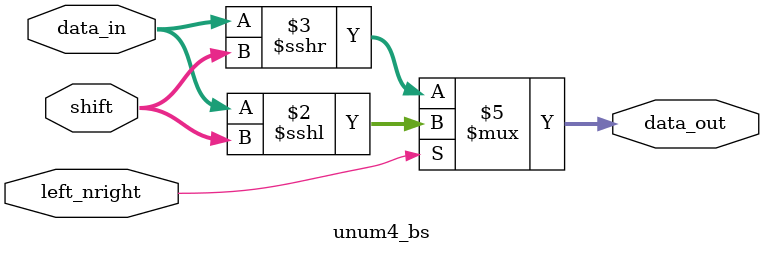
<source format=v>
`timescale 1ns/1ps
`include "defs.vh"


module  unum4_bs #(      
        parameter MAN_MAX_W = 29,
        parameter EXP_MAX_W = 16,
        parameter EXTRA = 0        
   )
   (
        input signed [MAN_MAX_W-1+EXTRA:0]             data_in,
        output reg signed [MAN_MAX_W-1+EXTRA:0]        data_out,
        input                               		 left_nright,
        input [EXP_MAX_W-1:0]                          shift
    );

  always @(*)  begin 
    if(left_nright)
      data_out = data_in <<< shift; 
    else 
      data_out = data_in >>> shift;
  end
	
endmodule

</source>
